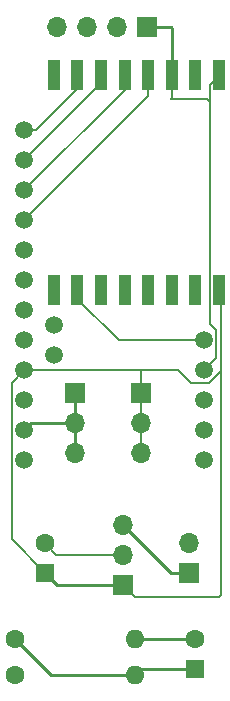
<source format=gbr>
%TF.GenerationSoftware,KiCad,Pcbnew,6.0.2+dfsg-1*%
%TF.CreationDate,2022-08-09T13:08:27+02:00*%
%TF.ProjectId,shield,73686965-6c64-42e6-9b69-6361645f7063,rev?*%
%TF.SameCoordinates,Original*%
%TF.FileFunction,Copper,L1,Top*%
%TF.FilePolarity,Positive*%
%FSLAX46Y46*%
G04 Gerber Fmt 4.6, Leading zero omitted, Abs format (unit mm)*
G04 Created by KiCad (PCBNEW 6.0.2+dfsg-1) date 2022-08-09 13:08:27*
%MOMM*%
%LPD*%
G01*
G04 APERTURE LIST*
%TA.AperFunction,SMDPad,CuDef*%
%ADD10R,1.000000X2.500000*%
%TD*%
%TA.AperFunction,ComponentPad*%
%ADD11R,1.600000X1.600000*%
%TD*%
%TA.AperFunction,ComponentPad*%
%ADD12C,1.600000*%
%TD*%
%TA.AperFunction,ComponentPad*%
%ADD13R,1.700000X1.700000*%
%TD*%
%TA.AperFunction,ComponentPad*%
%ADD14O,1.700000X1.700000*%
%TD*%
%TA.AperFunction,ComponentPad*%
%ADD15O,1.600000X1.600000*%
%TD*%
%TA.AperFunction,ComponentPad*%
%ADD16C,1.501140*%
%TD*%
%TA.AperFunction,Conductor*%
%ADD17C,0.200000*%
%TD*%
%TA.AperFunction,Conductor*%
%ADD18C,0.250000*%
%TD*%
G04 APERTURE END LIST*
D10*
%TO.P,RFM69HW1,1,RESET*%
%TO.N,unconnected-(RFM69HW1-Pad1)*%
X97775000Y-75140000D03*
%TO.P,RFM69HW1,2,DIO0*%
%TO.N,Net-(ProMini1-PadDI00)*%
X99775000Y-75140000D03*
%TO.P,RFM69HW1,3,DIO1*%
%TO.N,unconnected-(RFM69HW1-Pad3)*%
X101775000Y-75140000D03*
%TO.P,RFM69HW1,4,DIO2*%
%TO.N,unconnected-(RFM69HW1-Pad4)*%
X103775000Y-75140000D03*
%TO.P,RFM69HW1,5,DIO3*%
%TO.N,unconnected-(RFM69HW1-Pad5)*%
X105775000Y-75140000D03*
%TO.P,RFM69HW1,6,DIO4*%
%TO.N,unconnected-(RFM69HW1-Pad6)*%
X107775000Y-75140000D03*
%TO.P,RFM69HW1,7,DIO5*%
%TO.N,unconnected-(RFM69HW1-Pad7)*%
X109775000Y-75140000D03*
%TO.P,RFM69HW1,8,3.3V*%
%TO.N,Net-(C2-Pad1)*%
X111775000Y-75140000D03*
%TO.P,RFM69HW1,9,GND*%
%TO.N,GND*%
X111775000Y-56940000D03*
%TO.P,RFM69HW1,10,ANA*%
%TO.N,unconnected-(RFM69HW1-Pad10)*%
X109775000Y-56940000D03*
%TO.P,RFM69HW1,11,GND*%
%TO.N,GND*%
X107775000Y-56940000D03*
%TO.P,RFM69HW1,12,SCK*%
%TO.N,Net-(ProMini1-PadSCK)*%
X105775000Y-56940000D03*
%TO.P,RFM69HW1,13,MISO*%
%TO.N,Net-(ProMini1-PadMISO)*%
X103775000Y-56940000D03*
%TO.P,RFM69HW1,14,MOSI*%
%TO.N,Net-(ProMini1-PadMOSI)*%
X101775000Y-56940000D03*
%TO.P,RFM69HW1,15,NSS*%
%TO.N,Net-(ProMini1-PadNSS)*%
X99775000Y-56940000D03*
%TO.P,RFM69HW1,16,NC*%
%TO.N,unconnected-(RFM69HW1-Pad16)*%
X97775000Y-56940000D03*
%TD*%
D11*
%TO.P,C2,1*%
%TO.N,Net-(C2-Pad1)*%
X97028000Y-99060000D03*
D12*
%TO.P,C2,2*%
%TO.N,GND*%
X97028000Y-96560000D03*
%TD*%
D13*
%TO.P,Booster1,1,Pin_1*%
%TO.N,Net-(C2-Pad1)*%
X103632000Y-100061000D03*
D14*
%TO.P,Booster1,2,Pin_2*%
%TO.N,GND*%
X103632000Y-97521000D03*
%TO.P,Booster1,3,Pin_3*%
%TO.N,+3V3*%
X103632000Y-94981000D03*
%TD*%
D13*
%TO.P,J2,1,Pin_1*%
%TO.N,+3V3*%
X109220000Y-99060000D03*
D14*
%TO.P,J2,2,Pin_2*%
%TO.N,GND*%
X109220000Y-96520000D03*
%TD*%
D12*
%TO.P,R1,1*%
%TO.N,+3V3*%
X94488000Y-107696000D03*
D15*
%TO.P,R1,2*%
%TO.N,Net-(C1-Pad1)*%
X104648000Y-107696000D03*
%TD*%
D13*
%TO.P,Extra3v3,1,Pin_1*%
%TO.N,Net-(C2-Pad1)*%
X105156000Y-83820000D03*
D14*
%TO.P,Extra3v3,2,Pin_2*%
X105156000Y-86360000D03*
%TO.P,Extra3v3,3,Pin_3*%
X105156000Y-88900000D03*
%TD*%
D13*
%TO.P,HDC1080,1,Pin_1*%
%TO.N,GND*%
X105664000Y-52832000D03*
D14*
%TO.P,HDC1080,2,Pin_2*%
%TO.N,Net-(C2-Pad1)*%
X103124000Y-52832000D03*
%TO.P,HDC1080,3,Pin_3*%
%TO.N,Net-(HDC1080-Pad3)*%
X100584000Y-52832000D03*
%TO.P,HDC1080,4,Pin_4*%
%TO.N,Net-(HDC1080-Pad4)*%
X98044000Y-52832000D03*
%TD*%
D12*
%TO.P,R2,1*%
%TO.N,Net-(C1-Pad1)*%
X94488000Y-104648000D03*
D15*
%TO.P,R2,2*%
%TO.N,GND*%
X104648000Y-104648000D03*
%TD*%
D11*
%TO.P,C1,1*%
%TO.N,Net-(C1-Pad1)*%
X109728000Y-107188000D03*
D12*
%TO.P,C1,2*%
%TO.N,GND*%
X109728000Y-104688000D03*
%TD*%
D16*
%TO.P,ProMini1,1,1*%
%TO.N,unconnected-(ProMini1-Pad1)*%
X110490000Y-89535000D03*
%TO.P,ProMini1,2,2*%
%TO.N,unconnected-(ProMini1-Pad2)*%
X110490000Y-86995000D03*
%TO.P,ProMini1,3,3*%
%TO.N,unconnected-(ProMini1-Pad3)*%
X110490000Y-84455000D03*
%TO.P,ProMini1,18,18*%
%TO.N,unconnected-(ProMini1-Pad18)*%
X95250000Y-74295000D03*
%TO.P,ProMini1,19,19*%
%TO.N,unconnected-(ProMini1-Pad19)*%
X95250000Y-76835000D03*
%TO.P,ProMini1,20,20*%
%TO.N,unconnected-(ProMini1-Pad20)*%
X95250000Y-79375000D03*
%TO.P,ProMini1,22,22*%
%TO.N,unconnected-(ProMini1-Pad22)*%
X95250000Y-84455000D03*
%TO.P,ProMini1,DI00,DI00*%
%TO.N,Net-(ProMini1-PadDI00)*%
X110490000Y-79375000D03*
%TO.P,ProMini1,GND1,GND1*%
%TO.N,GND*%
X110490000Y-81915000D03*
%TO.P,ProMini1,GND2,GND2*%
%TO.N,Net-(ExtraGND1-Pad1)*%
X95250000Y-86995000D03*
%TO.P,ProMini1,MISO,MISO*%
%TO.N,Net-(ProMini1-PadMISO)*%
X95250000Y-66675000D03*
%TO.P,ProMini1,MOSI,MOSI*%
%TO.N,Net-(ProMini1-PadMOSI)*%
X95250000Y-64135000D03*
%TO.P,ProMini1,NSS,NSS*%
%TO.N,Net-(ProMini1-PadNSS)*%
X95250000Y-61595000D03*
%TO.P,ProMini1,RAW,RAW*%
%TO.N,unconnected-(ProMini1-PadRAW)*%
X95250000Y-89535000D03*
%TO.P,ProMini1,SCK,SCK*%
%TO.N,Net-(ProMini1-PadSCK)*%
X95250000Y-69215000D03*
%TO.P,ProMini1,SCL,SCL*%
%TO.N,Net-(HDC1080-Pad4)*%
X97790000Y-80645000D03*
%TO.P,ProMini1,SDA,SDA*%
%TO.N,Net-(HDC1080-Pad3)*%
X97790000Y-78105000D03*
%TO.P,ProMini1,VCC,VCC*%
%TO.N,Net-(C2-Pad1)*%
X95250000Y-81915000D03*
%TO.P,ProMini1,VolDiv,VolDiv*%
%TO.N,Net-(C1-Pad1)*%
X95250000Y-71755000D03*
%TD*%
D13*
%TO.P,ExtraGND1,1,Pin_1*%
%TO.N,Net-(ExtraGND1-Pad1)*%
X99568000Y-83820000D03*
D14*
%TO.P,ExtraGND1,2,Pin_2*%
X99568000Y-86360000D03*
%TO.P,ExtraGND1,3,Pin_3*%
X99568000Y-88900000D03*
%TD*%
D17*
%TO.N,Net-(C2-Pad1)*%
X111939601Y-75304601D02*
X111939601Y-81608399D01*
X108331000Y-81915000D02*
X105283000Y-81915000D01*
X105283000Y-81915000D02*
X95250000Y-81915000D01*
D18*
X98029000Y-100061000D02*
X97028000Y-99060000D01*
D17*
X111939601Y-81950439D02*
X110924959Y-82965081D01*
X105156000Y-82042000D02*
X105156000Y-83820000D01*
D18*
X103632000Y-100061000D02*
X98029000Y-100061000D01*
D17*
X111939601Y-81608399D02*
X111939601Y-100912399D01*
X94199919Y-96231919D02*
X97028000Y-99060000D01*
X111775000Y-75140000D02*
X111939601Y-75304601D01*
X111939601Y-100912399D02*
X111760000Y-101092000D01*
X105283000Y-81915000D02*
X105156000Y-82042000D01*
X105156000Y-83820000D02*
X105156000Y-86360000D01*
X95250000Y-81915000D02*
X94199919Y-82965081D01*
X111939601Y-81608399D02*
X111939601Y-81950439D01*
X104663000Y-101092000D02*
X103632000Y-100061000D01*
X105156000Y-88900000D02*
X105156000Y-86360000D01*
X94199919Y-82965081D02*
X94199919Y-96231919D01*
X111760000Y-101092000D02*
X104663000Y-101092000D01*
X109381081Y-82965081D02*
X108331000Y-81915000D01*
X110924959Y-82965081D02*
X109381081Y-82965081D01*
%TO.N,GND*%
X110975489Y-77955489D02*
X111540081Y-78520081D01*
X111775000Y-56940000D02*
X110975489Y-57739511D01*
X107775000Y-58849000D02*
X107775000Y-56940000D01*
X111540081Y-80864919D02*
X110490000Y-81915000D01*
X110744000Y-58928000D02*
X107696000Y-58928000D01*
X110975489Y-59159489D02*
X110744000Y-58928000D01*
D18*
X107696000Y-52832000D02*
X107775000Y-52911000D01*
D17*
X103632000Y-97521000D02*
X97989000Y-97521000D01*
X110975489Y-59159489D02*
X110975489Y-77955489D01*
X110975489Y-57739511D02*
X110975489Y-59159489D01*
X111540081Y-78520081D02*
X111540081Y-80864919D01*
D18*
X107775000Y-52911000D02*
X107775000Y-56940000D01*
D17*
X97989000Y-97521000D02*
X97028000Y-96560000D01*
D18*
X105664000Y-52832000D02*
X107696000Y-52832000D01*
D17*
X107696000Y-58928000D02*
X107775000Y-58849000D01*
D18*
X104688000Y-104688000D02*
X104648000Y-104648000D01*
X109728000Y-104688000D02*
X104688000Y-104688000D01*
%TO.N,Net-(C1-Pad1)*%
X97536000Y-107696000D02*
X94488000Y-104648000D01*
X105156000Y-107188000D02*
X104648000Y-107696000D01*
X109728000Y-107188000D02*
X105156000Y-107188000D01*
X104648000Y-107696000D02*
X97536000Y-107696000D01*
%TO.N,+3V3*%
X109220000Y-99060000D02*
X107711000Y-99060000D01*
X107711000Y-99060000D02*
X103632000Y-94981000D01*
D17*
%TO.N,Net-(ProMini1-PadDI00)*%
X103260000Y-79375000D02*
X110490000Y-79375000D01*
X99775000Y-75890000D02*
X103260000Y-79375000D01*
X99775000Y-75140000D02*
X99775000Y-75890000D01*
%TO.N,Net-(ProMini1-PadMISO)*%
X103775000Y-58150000D02*
X103775000Y-56940000D01*
X95250000Y-66675000D02*
X103775000Y-58150000D01*
%TO.N,Net-(ProMini1-PadMOSI)*%
X101775000Y-57610000D02*
X101775000Y-56940000D01*
X95250000Y-64135000D02*
X101775000Y-57610000D01*
%TO.N,Net-(ProMini1-PadNSS)*%
X95250000Y-61595000D02*
X96311466Y-61595000D01*
X99775000Y-58131466D02*
X99775000Y-56940000D01*
X96311466Y-61595000D02*
X99775000Y-58131466D01*
%TO.N,Net-(ProMini1-PadSCK)*%
X95250000Y-69215000D02*
X105775000Y-58690000D01*
X105775000Y-58690000D02*
X105775000Y-56940000D01*
D18*
%TO.N,Net-(ExtraGND1-Pad1)*%
X99187000Y-85979000D02*
X99568000Y-86360000D01*
X95885000Y-86360000D02*
X95250000Y-86995000D01*
X99568000Y-86360000D02*
X95885000Y-86360000D01*
X99568000Y-86360000D02*
X99568000Y-88900000D01*
X99568000Y-83820000D02*
X99568000Y-86360000D01*
%TD*%
M02*

</source>
